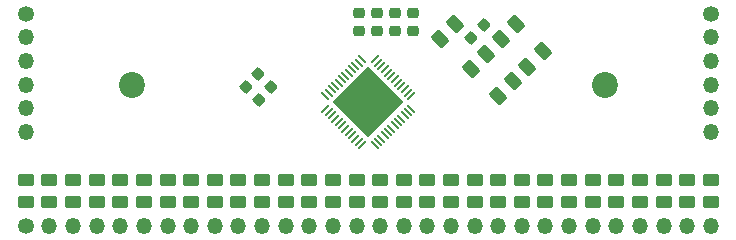
<source format=gts>
G04 #@! TF.GenerationSoftware,KiCad,Pcbnew,(6.0.10)*
G04 #@! TF.CreationDate,2023-02-04T17:17:42+01:00*
G04 #@! TF.ProjectId,Lumissil_IS31FL3742A_breakout,4c756d69-7373-4696-9c5f-49533331464c,rev?*
G04 #@! TF.SameCoordinates,Original*
G04 #@! TF.FileFunction,Soldermask,Top*
G04 #@! TF.FilePolarity,Negative*
%FSLAX46Y46*%
G04 Gerber Fmt 4.6, Leading zero omitted, Abs format (unit mm)*
G04 Created by KiCad (PCBNEW (6.0.10)) date 2023-02-04 17:17:42*
%MOMM*%
%LPD*%
G01*
G04 APERTURE LIST*
G04 Aperture macros list*
%AMRoundRect*
0 Rectangle with rounded corners*
0 $1 Rounding radius*
0 $2 $3 $4 $5 $6 $7 $8 $9 X,Y pos of 4 corners*
0 Add a 4 corners polygon primitive as box body*
4,1,4,$2,$3,$4,$5,$6,$7,$8,$9,$2,$3,0*
0 Add four circle primitives for the rounded corners*
1,1,$1+$1,$2,$3*
1,1,$1+$1,$4,$5*
1,1,$1+$1,$6,$7*
1,1,$1+$1,$8,$9*
0 Add four rect primitives between the rounded corners*
20,1,$1+$1,$2,$3,$4,$5,0*
20,1,$1+$1,$4,$5,$6,$7,0*
20,1,$1+$1,$6,$7,$8,$9,0*
20,1,$1+$1,$8,$9,$2,$3,0*%
%AMRotRect*
0 Rectangle, with rotation*
0 The origin of the aperture is its center*
0 $1 length*
0 $2 width*
0 $3 Rotation angle, in degrees counterclockwise*
0 Add horizontal line*
21,1,$1,$2,0,0,$3*%
G04 Aperture macros list end*
%ADD10RoundRect,0.250000X-0.450000X0.262500X-0.450000X-0.262500X0.450000X-0.262500X0.450000X0.262500X0*%
%ADD11RoundRect,0.225000X0.250000X-0.225000X0.250000X0.225000X-0.250000X0.225000X-0.250000X-0.225000X0*%
%ADD12C,1.350000*%
%ADD13O,1.350000X1.350000*%
%ADD14RoundRect,0.250000X0.132583X-0.503814X0.503814X-0.132583X-0.132583X0.503814X-0.503814X0.132583X0*%
%ADD15RoundRect,0.050000X0.229810X0.300520X-0.300520X-0.229810X-0.229810X-0.300520X0.300520X0.229810X0*%
%ADD16RoundRect,0.050000X-0.229810X0.300520X-0.300520X0.229810X0.229810X-0.300520X0.300520X-0.229810X0*%
%ADD17RotRect,4.200000X4.200000X225.000000*%
%ADD18RoundRect,0.250000X-0.132583X0.503814X-0.503814X0.132583X0.132583X-0.503814X0.503814X-0.132583X0*%
%ADD19RoundRect,0.225000X0.017678X-0.335876X0.335876X-0.017678X-0.017678X0.335876X-0.335876X0.017678X0*%
%ADD20C,2.200000*%
%ADD21RoundRect,0.225000X-0.017678X0.335876X-0.335876X0.017678X0.017678X-0.335876X0.335876X-0.017678X0*%
G04 APERTURE END LIST*
D10*
X83000000Y-50587500D03*
X83000000Y-52412500D03*
X117000000Y-50587500D03*
X117000000Y-52412500D03*
D11*
X91230000Y-37975000D03*
X91230000Y-36425000D03*
D12*
X121000000Y-36500000D03*
D13*
X121000000Y-38500000D03*
X121000000Y-40500000D03*
X121000000Y-42500000D03*
X121000000Y-44500000D03*
X121000000Y-46500000D03*
D11*
X92756666Y-37975000D03*
X92756666Y-36425000D03*
D14*
X102954765Y-43505235D03*
X104245235Y-42214765D03*
D10*
X85000000Y-50587500D03*
X85000000Y-52412500D03*
D14*
X100694765Y-41215235D03*
X101985235Y-39924765D03*
D12*
X63000000Y-54500000D03*
D13*
X65000000Y-54500000D03*
X67000000Y-54500000D03*
X69000000Y-54500000D03*
X71000000Y-54500000D03*
X73000000Y-54500000D03*
X75000000Y-54500000D03*
X77000000Y-54500000D03*
X79000000Y-54500000D03*
X81000000Y-54500000D03*
X83000000Y-54500000D03*
X85000000Y-54500000D03*
X87000000Y-54500000D03*
X89000000Y-54500000D03*
X91000000Y-54500000D03*
X93000000Y-54500000D03*
X95000000Y-54500000D03*
X97000000Y-54500000D03*
X99000000Y-54500000D03*
X101000000Y-54500000D03*
X103000000Y-54500000D03*
X105000000Y-54500000D03*
X107000000Y-54500000D03*
X109000000Y-54500000D03*
X111000000Y-54500000D03*
X113000000Y-54500000D03*
X115000000Y-54500000D03*
X117000000Y-54500000D03*
X119000000Y-54500000D03*
X121000000Y-54500000D03*
D10*
X115000000Y-50587500D03*
X115000000Y-52412500D03*
X107000000Y-50587500D03*
X107000000Y-52412500D03*
X105000000Y-50587500D03*
X105000000Y-52412500D03*
X75000000Y-50587500D03*
X75000000Y-52412500D03*
D15*
X95641600Y-43469670D03*
X95358757Y-43186827D03*
X95075914Y-42903984D03*
X94793072Y-42621142D03*
X94510229Y-42338299D03*
X94227386Y-42055456D03*
X93944544Y-41772614D03*
X93661701Y-41489771D03*
X93378858Y-41206928D03*
X93096016Y-40924086D03*
X92813173Y-40641243D03*
X92530330Y-40358400D03*
D16*
X91469670Y-40358400D03*
X91186827Y-40641243D03*
X90903984Y-40924086D03*
X90621142Y-41206928D03*
X90338299Y-41489771D03*
X90055456Y-41772614D03*
X89772614Y-42055456D03*
X89489771Y-42338299D03*
X89206928Y-42621142D03*
X88924086Y-42903984D03*
X88641243Y-43186827D03*
X88358400Y-43469670D03*
D15*
X88358400Y-44530330D03*
X88641243Y-44813173D03*
X88924086Y-45096016D03*
X89206928Y-45378858D03*
X89489771Y-45661701D03*
X89772614Y-45944544D03*
X90055456Y-46227386D03*
X90338299Y-46510229D03*
X90621142Y-46793072D03*
X90903984Y-47075914D03*
X91186827Y-47358757D03*
X91469670Y-47641600D03*
D16*
X92530330Y-47641600D03*
X92813173Y-47358757D03*
X93096016Y-47075914D03*
X93378858Y-46793072D03*
X93661701Y-46510229D03*
X93944544Y-46227386D03*
X94227386Y-45944544D03*
X94510229Y-45661701D03*
X94793072Y-45378858D03*
X95075914Y-45096016D03*
X95358757Y-44813173D03*
X95641600Y-44530330D03*
D17*
X92000000Y-44000000D03*
D14*
X98044765Y-38675235D03*
X99335235Y-37384765D03*
D18*
X106760470Y-39699530D03*
X105470000Y-40990000D03*
D14*
X103199765Y-38675235D03*
X104490235Y-37384765D03*
D10*
X95000000Y-50587500D03*
X95000000Y-52412500D03*
D19*
X100719492Y-38578008D03*
X101815508Y-37481992D03*
D10*
X89000000Y-50587500D03*
X89000000Y-52412500D03*
X93000000Y-50587500D03*
X93000000Y-52412500D03*
D11*
X95810000Y-37975000D03*
X95810000Y-36425000D03*
D10*
X69000000Y-50587500D03*
X69000000Y-52412500D03*
X99000000Y-50587500D03*
X99000000Y-52412500D03*
X91000000Y-50587500D03*
X91000000Y-52412500D03*
X87000000Y-50587500D03*
X87000000Y-52412500D03*
X101000000Y-50587500D03*
X101000000Y-52412500D03*
X109000000Y-50587500D03*
X109000000Y-52412500D03*
X111000000Y-50587500D03*
X111000000Y-52412500D03*
D20*
X112000000Y-42500000D03*
D21*
X83798008Y-42701992D03*
X82701992Y-43798008D03*
D20*
X72000000Y-42500000D03*
D10*
X71000000Y-50587500D03*
X71000000Y-52412500D03*
X67000000Y-50587500D03*
X67000000Y-52412500D03*
X81000000Y-50587500D03*
X81000000Y-52412500D03*
X65000000Y-50587500D03*
X65000000Y-52412500D03*
X97000000Y-50587500D03*
X97000000Y-52412500D03*
X79000000Y-50587500D03*
X79000000Y-52412500D03*
D11*
X94283332Y-37975000D03*
X94283332Y-36425000D03*
D10*
X121000000Y-50587500D03*
X121000000Y-52412500D03*
X73000000Y-50587500D03*
X73000000Y-52412500D03*
D12*
X63000000Y-36500000D03*
D13*
X63000000Y-38500000D03*
X63000000Y-40500000D03*
X63000000Y-42500000D03*
X63000000Y-44500000D03*
X63000000Y-46500000D03*
D10*
X119000000Y-50587500D03*
X119000000Y-52412500D03*
D21*
X82698008Y-41601992D03*
X81601992Y-42698008D03*
D10*
X63000000Y-50587500D03*
X63000000Y-52412500D03*
X113000000Y-50587500D03*
X113000000Y-52412500D03*
X77000000Y-50587500D03*
X77000000Y-52412500D03*
X103000000Y-50587500D03*
X103000000Y-52412500D03*
M02*

</source>
